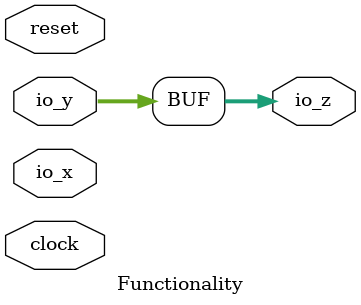
<source format=v>


// Verification Directory fv/Functionality 

module Functionality(clock, reset, io_x, io_y, io_z);
  input clock, reset;
  input [15:0] io_x, io_y;
  output [15:0] io_z;
  wire clock, reset;
  wire [15:0] io_x, io_y;
  wire [15:0] io_z;
  assign io_z[0] = io_y[0];
  assign io_z[1] = io_y[1];
  assign io_z[2] = io_y[2];
  assign io_z[3] = io_y[3];
  assign io_z[4] = io_y[4];
  assign io_z[5] = io_y[5];
  assign io_z[6] = io_y[6];
  assign io_z[7] = io_y[7];
  assign io_z[8] = io_y[8];
  assign io_z[9] = io_y[9];
  assign io_z[10] = io_y[10];
  assign io_z[11] = io_y[11];
  assign io_z[12] = io_y[12];
  assign io_z[13] = io_y[13];
  assign io_z[14] = io_y[14];
  assign io_z[15] = io_y[15];
endmodule


</source>
